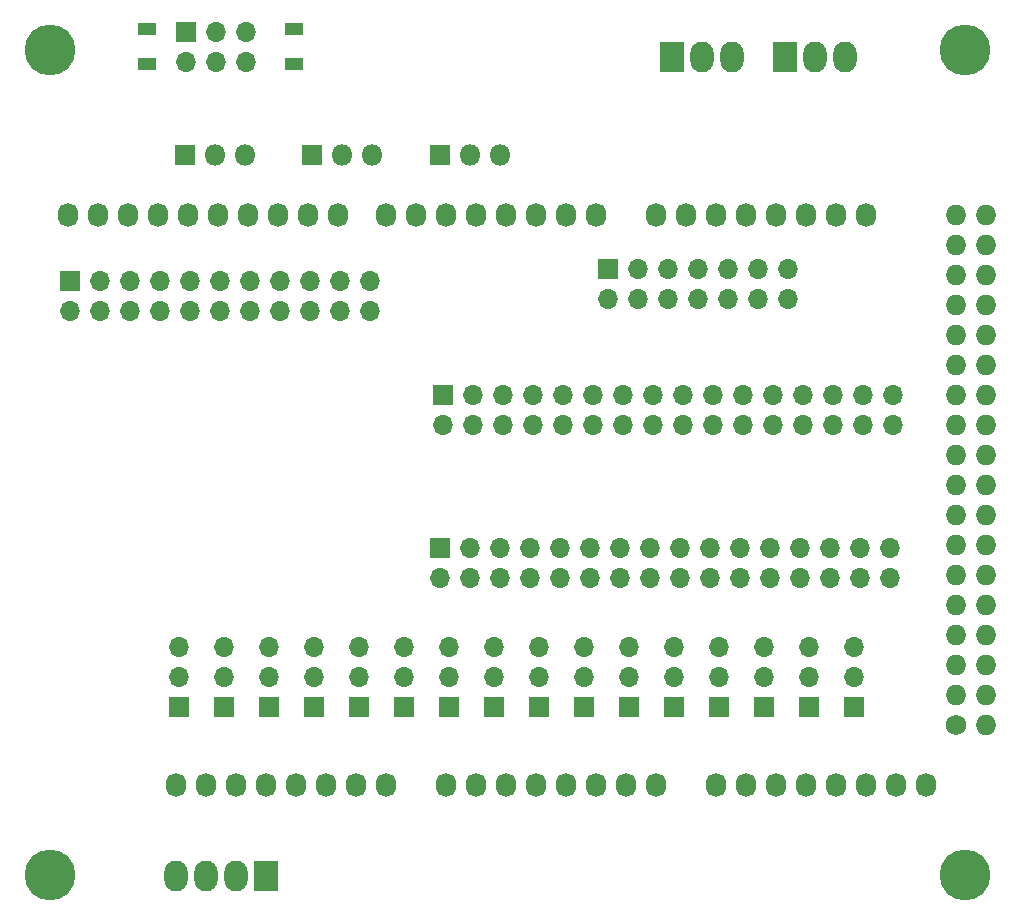
<source format=gbs>
G04 #@! TF.FileFunction,Soldermask,Bot*
%FSLAX46Y46*%
G04 Gerber Fmt 4.6, Leading zero omitted, Abs format (unit mm)*
G04 Created by KiCad (PCBNEW 4.0.7) date 02/19/18 15:41:51*
%MOMM*%
%LPD*%
G01*
G04 APERTURE LIST*
%ADD10C,0.100000*%
%ADD11R,2.000000X2.600000*%
%ADD12O,2.000000X2.600000*%
%ADD13R,1.700000X1.700000*%
%ADD14O,1.700000X1.700000*%
%ADD15R,1.600000X1.000000*%
%ADD16C,4.300000*%
%ADD17R,1.800000X1.800000*%
%ADD18O,1.800000X1.800000*%
%ADD19C,1.727200*%
%ADD20O,1.727200X1.727200*%
%ADD21O,1.727200X2.032000*%
G04 APERTURE END LIST*
D10*
D11*
X136398000Y-126873000D03*
D12*
X133858000Y-126873000D03*
X131318000Y-126873000D03*
X128778000Y-126873000D03*
D13*
X129667000Y-55372000D03*
D14*
X129667000Y-57912000D03*
X132207000Y-55372000D03*
X132207000Y-57912000D03*
X134747000Y-55372000D03*
X134747000Y-57912000D03*
D15*
X138800000Y-55118000D03*
X138800000Y-58118000D03*
X126365000Y-55142000D03*
X126365000Y-58142000D03*
D16*
X118110000Y-126746000D03*
D17*
X140335000Y-65786000D03*
D18*
X142875000Y-65786000D03*
X145415000Y-65786000D03*
D19*
X194818000Y-114046000D03*
D20*
X197358000Y-114046000D03*
X194818000Y-111506000D03*
X197358000Y-111506000D03*
X194818000Y-108966000D03*
X197358000Y-108966000D03*
X194818000Y-106426000D03*
X197358000Y-106426000D03*
X194818000Y-103886000D03*
X197358000Y-103886000D03*
X194818000Y-101346000D03*
X197358000Y-101346000D03*
X194818000Y-98806000D03*
X197358000Y-98806000D03*
X194818000Y-96266000D03*
X197358000Y-96266000D03*
X194818000Y-93726000D03*
X197358000Y-93726000D03*
X194818000Y-91186000D03*
X197358000Y-91186000D03*
X194818000Y-88646000D03*
X197358000Y-88646000D03*
X194818000Y-86106000D03*
X197358000Y-86106000D03*
X194818000Y-83566000D03*
X197358000Y-83566000D03*
X194818000Y-81026000D03*
X197358000Y-81026000D03*
X194818000Y-78486000D03*
X197358000Y-78486000D03*
X194818000Y-75946000D03*
X197358000Y-75946000D03*
X194818000Y-73406000D03*
X197358000Y-73406000D03*
X194818000Y-70866000D03*
X197358000Y-70866000D03*
D21*
X128778000Y-119126000D03*
X131318000Y-119126000D03*
X133858000Y-119126000D03*
X136398000Y-119126000D03*
X138938000Y-119126000D03*
X141478000Y-119126000D03*
X144018000Y-119126000D03*
X146558000Y-119126000D03*
X151638000Y-119126000D03*
X154178000Y-119126000D03*
X156718000Y-119126000D03*
X159258000Y-119126000D03*
X161798000Y-119126000D03*
X164338000Y-119126000D03*
X166878000Y-119126000D03*
X169418000Y-119126000D03*
X174498000Y-119126000D03*
X177038000Y-119126000D03*
X179578000Y-119126000D03*
X182118000Y-119126000D03*
X184658000Y-119126000D03*
X187198000Y-119126000D03*
X189738000Y-119126000D03*
X192278000Y-119126000D03*
X119634000Y-70866000D03*
X122174000Y-70866000D03*
X124714000Y-70866000D03*
X127254000Y-70866000D03*
X129794000Y-70866000D03*
X132334000Y-70866000D03*
X134874000Y-70866000D03*
X137414000Y-70866000D03*
X139954000Y-70866000D03*
X142494000Y-70866000D03*
X146558000Y-70866000D03*
X149098000Y-70866000D03*
X151638000Y-70866000D03*
X154178000Y-70866000D03*
X156718000Y-70866000D03*
X159258000Y-70866000D03*
X161798000Y-70866000D03*
X164338000Y-70866000D03*
X169418000Y-70866000D03*
X171958000Y-70866000D03*
X174498000Y-70866000D03*
X177038000Y-70866000D03*
X179578000Y-70866000D03*
X182118000Y-70866000D03*
X184658000Y-70866000D03*
X187198000Y-70866000D03*
D11*
X170815000Y-57531000D03*
D12*
X173355000Y-57531000D03*
X175895000Y-57531000D03*
D11*
X180340000Y-57531000D03*
D12*
X182880000Y-57531000D03*
X185420000Y-57531000D03*
D16*
X195580000Y-126746000D03*
X118110000Y-56896000D03*
X195580000Y-56896000D03*
D17*
X129540000Y-65786000D03*
D18*
X132080000Y-65786000D03*
X134620000Y-65786000D03*
D17*
X151130000Y-65786000D03*
D18*
X153670000Y-65786000D03*
X156210000Y-65786000D03*
D13*
X119840000Y-76470000D03*
D14*
X119840000Y-79010000D03*
X122380000Y-76470000D03*
X122380000Y-79010000D03*
X124920000Y-76470000D03*
X124920000Y-79010000D03*
X127460000Y-76470000D03*
X127460000Y-79010000D03*
X130000000Y-76470000D03*
X130000000Y-79010000D03*
X132540000Y-76470000D03*
X132540000Y-79010000D03*
X135080000Y-76470000D03*
X135080000Y-79010000D03*
X137620000Y-76470000D03*
X137620000Y-79010000D03*
X140160000Y-76470000D03*
X140160000Y-79010000D03*
X142700000Y-76470000D03*
X142700000Y-79010000D03*
X145240000Y-76470000D03*
X145240000Y-79010000D03*
D13*
X151384000Y-86106000D03*
D14*
X151384000Y-88646000D03*
X153924000Y-86106000D03*
X153924000Y-88646000D03*
X156464000Y-86106000D03*
X156464000Y-88646000D03*
X159004000Y-86106000D03*
X159004000Y-88646000D03*
X161544000Y-86106000D03*
X161544000Y-88646000D03*
X164084000Y-86106000D03*
X164084000Y-88646000D03*
X166624000Y-86106000D03*
X166624000Y-88646000D03*
X169164000Y-86106000D03*
X169164000Y-88646000D03*
X171704000Y-86106000D03*
X171704000Y-88646000D03*
X174244000Y-86106000D03*
X174244000Y-88646000D03*
X176784000Y-86106000D03*
X176784000Y-88646000D03*
X179324000Y-86106000D03*
X179324000Y-88646000D03*
X181864000Y-86106000D03*
X181864000Y-88646000D03*
X184404000Y-86106000D03*
X184404000Y-88646000D03*
X186944000Y-86106000D03*
X186944000Y-88646000D03*
X189484000Y-86106000D03*
X189484000Y-88646000D03*
D13*
X151130000Y-99060000D03*
D14*
X151130000Y-101600000D03*
X153670000Y-99060000D03*
X153670000Y-101600000D03*
X156210000Y-99060000D03*
X156210000Y-101600000D03*
X158750000Y-99060000D03*
X158750000Y-101600000D03*
X161290000Y-99060000D03*
X161290000Y-101600000D03*
X163830000Y-99060000D03*
X163830000Y-101600000D03*
X166370000Y-99060000D03*
X166370000Y-101600000D03*
X168910000Y-99060000D03*
X168910000Y-101600000D03*
X171450000Y-99060000D03*
X171450000Y-101600000D03*
X173990000Y-99060000D03*
X173990000Y-101600000D03*
X176530000Y-99060000D03*
X176530000Y-101600000D03*
X179070000Y-99060000D03*
X179070000Y-101600000D03*
X181610000Y-99060000D03*
X181610000Y-101600000D03*
X184150000Y-99060000D03*
X184150000Y-101600000D03*
X186690000Y-99060000D03*
X186690000Y-101600000D03*
X189230000Y-99060000D03*
X189230000Y-101600000D03*
D13*
X129032000Y-112522000D03*
D14*
X129032000Y-109982000D03*
X129032000Y-107442000D03*
D13*
X132842000Y-112522000D03*
D14*
X132842000Y-109982000D03*
X132842000Y-107442000D03*
D13*
X136652000Y-112522000D03*
D14*
X136652000Y-109982000D03*
X136652000Y-107442000D03*
D13*
X140462000Y-112522000D03*
D14*
X140462000Y-109982000D03*
X140462000Y-107442000D03*
D13*
X144272000Y-112522000D03*
D14*
X144272000Y-109982000D03*
X144272000Y-107442000D03*
D13*
X148082000Y-112522000D03*
D14*
X148082000Y-109982000D03*
X148082000Y-107442000D03*
D13*
X151892000Y-112522000D03*
D14*
X151892000Y-109982000D03*
X151892000Y-107442000D03*
D13*
X155702000Y-112522000D03*
D14*
X155702000Y-109982000D03*
X155702000Y-107442000D03*
D13*
X159512000Y-112522000D03*
D14*
X159512000Y-109982000D03*
X159512000Y-107442000D03*
D13*
X163322000Y-112522000D03*
D14*
X163322000Y-109982000D03*
X163322000Y-107442000D03*
D13*
X167132000Y-112522000D03*
D14*
X167132000Y-109982000D03*
X167132000Y-107442000D03*
D13*
X170942000Y-112522000D03*
D14*
X170942000Y-109982000D03*
X170942000Y-107442000D03*
D13*
X174752000Y-112522000D03*
D14*
X174752000Y-109982000D03*
X174752000Y-107442000D03*
D13*
X178562000Y-112522000D03*
D14*
X178562000Y-109982000D03*
X178562000Y-107442000D03*
D13*
X182372000Y-112522000D03*
D14*
X182372000Y-109982000D03*
X182372000Y-107442000D03*
D13*
X186182000Y-112522000D03*
D14*
X186182000Y-109982000D03*
X186182000Y-107442000D03*
D13*
X165354000Y-75438000D03*
D14*
X165354000Y-77978000D03*
X167894000Y-75438000D03*
X167894000Y-77978000D03*
X170434000Y-75438000D03*
X170434000Y-77978000D03*
X172974000Y-75438000D03*
X172974000Y-77978000D03*
X175514000Y-75438000D03*
X175514000Y-77978000D03*
X178054000Y-75438000D03*
X178054000Y-77978000D03*
X180594000Y-75438000D03*
X180594000Y-77978000D03*
M02*

</source>
